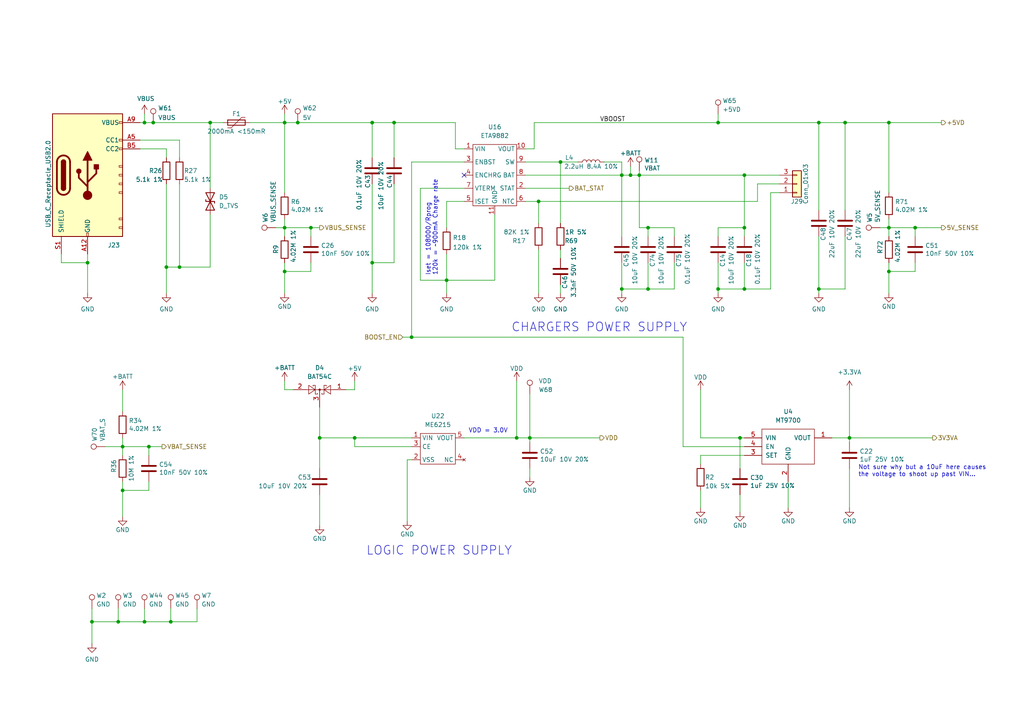
<source format=kicad_sch>
(kicad_sch (version 20230121) (generator eeschema)
  (paper "A4")
  (lib_symbols
    (symbol "Connector_Generic:Conn_01x03" (pin_names (offset 1.016) hide)
      (property "Reference" "J" (at 0 5.08 0))
      (property "Value" "Conn_01x03" (at 0 -5.08 0))
      (symbol "Conn_01x03_1_1"
        (rectangle (start -1.27 -2.413) (end 0 -2.667) (stroke (width 0.1524)))
        (rectangle (start -1.27 0.127) (end 0 -0.127) (stroke (width 0.1524)))
        (rectangle (start -1.27 2.667) (end 0 2.413) (stroke (width 0.1524)))
        (rectangle (start -1.27 3.81) (end 1.27 -3.81) (stroke (width 0.254)) (fill (type background)))
        (pin passive line (at -5.08 2.54 0) (length 3.81) (name "Pin_1") (number "1"))
        (pin passive line (at -5.08 0 0) (length 3.81) (name "Pin_2") (number "2"))
        (pin passive line (at -5.08 -2.54 0) (length 3.81) (name "Pin_3") (number "3"))
      )
    )
    (symbol "Device:C" (pin_numbers hide) (pin_names (offset 0.254))
      (property "Reference" "C" (at 0.635 2.54 0))
      (property "Value" "C" (at 0.635 -2.54 0))
      (symbol "C_0_1"
        (polyline (pts (xy -2.032 -0.762) (xy 2.032 -0.762)) (stroke (width 0.508)))
        (polyline (pts (xy -2.032 0.762) (xy 2.032 0.762)) (stroke (width 0.508)))
      )
      (symbol "C_1_1"
        (pin passive line (at 0 3.81 270) (length 2.794) (name "~") (number "1"))
        (pin passive line (at 0 -3.81 90) (length 2.794) (name "~") (number "2"))
      )
    )
    (symbol "Device:D_TVS" (pin_numbers hide) (pin_names (offset 1.016) hide)
      (property "Reference" "D" (at 0 2.54 0))
      (property "Value" "D_TVS" (at 0 -2.54 0))
      (symbol "D_TVS_0_1"
        (polyline (pts (xy 1.27 0) (xy -1.27 0)))
        (polyline (pts (xy 0.508 1.27) (xy 0 1.27) (xy 0 -1.27) (xy -0.508 -1.27)) (stroke (width 0.254)))
        (polyline (pts (xy -2.54 1.27) (xy -2.54 -1.27) (xy 2.54 1.27) (xy 2.54 -1.27) (xy -2.54 1.27)) (stroke (width 0.254)))
      )
      (symbol "D_TVS_1_1"
        (pin passive line (at -3.81 0 0) (length 2.54) (name "A1") (number "1"))
        (pin passive line (at 3.81 0 180) (length 2.54) (name "A2") (number "2"))
      )
    )
    (symbol "Device:L" (pin_numbers hide) (pin_names (offset 1.016) hide)
      (property "Reference" "L" (at -1.27 0 90))
      (property "Value" "L" (at 1.905 0 90))
      (symbol "L_0_1"
        (arc (start 0 -2.54) (mid 0.6323 -1.905) (end 0 -1.27))
        (arc (start 0 -1.27) (mid 0.6323 -0.635) (end 0 0))
        (arc (start 0 0) (mid 0.6323 0.635) (end 0 1.27))
        (arc (start 0 1.27) (mid 0.6323 1.905) (end 0 2.54))
      )
      (symbol "L_1_1"
        (pin passive line (at 0 3.81 270) (length 1.27) (name "1") (number "1"))
        (pin passive line (at 0 -3.81 90) (length 1.27) (name "2") (number "2"))
      )
    )
    (symbol "Device:Polyfuse" (pin_numbers hide) (pin_names (offset 0))
      (property "Reference" "F" (at -2.54 0 90))
      (property "Value" "Polyfuse" (at 2.54 0 90))
      (symbol "Polyfuse_0_1"
        (rectangle (start -0.762 2.54) (end 0.762 -2.54) (stroke (width 0.254)))
        (polyline (pts (xy 0 2.54) (xy 0 -2.54)))
        (polyline (pts (xy -1.524 2.54) (xy -1.524 1.524) (xy 1.524 -1.524) (xy 1.524 -2.54)))
      )
      (symbol "Polyfuse_1_1"
        (pin passive line (at 0 3.81 270) (length 1.27) (name "~") (number "1"))
        (pin passive line (at 0 -3.81 90) (length 1.27) (name "~") (number "2"))
      )
    )
    (symbol "Device:R" (pin_numbers hide) (pin_names (offset 0))
      (property "Reference" "R" (at 2.032 0 90))
      (property "Value" "R" (at 0 0 90))
      (symbol "R_0_1"
        (rectangle (start -1.016 -2.54) (end 1.016 2.54) (stroke (width 0.254)))
      )
      (symbol "R_1_1"
        (pin passive line (at 0 3.81 270) (length 1.27) (name "~") (number "1"))
        (pin passive line (at 0 -3.81 90) (length 1.27) (name "~") (number "2"))
      )
    )
    (symbol "Diode:BAT54C" (pin_names (offset 1.016))
      (property "Reference" "D" (at 0.635 -3.81 0))
      (property "Value" "BAT54C" (at -6.35 3.175 0))
      (symbol "BAT54C_0_1"
        (polyline (pts (xy -1.905 0) (xy 1.905 0)))
        (polyline (pts (xy -1.905 1.27) (xy -1.905 1.016)))
        (polyline (pts (xy -1.27 -1.27) (xy -0.635 -1.27)))
        (polyline (pts (xy -1.27 0) (xy -3.81 0)))
        (polyline (pts (xy -1.27 1.27) (xy -1.905 1.27)))
        (polyline (pts (xy -1.27 1.27) (xy -1.27 -1.27)))
        (polyline (pts (xy -0.635 -1.27) (xy -0.635 -1.016)))
        (polyline (pts (xy 0.635 -1.27) (xy 0.635 -1.016)))
        (polyline (pts (xy 1.27 -1.27) (xy 0.635 -1.27)))
        (polyline (pts (xy 1.27 1.27) (xy 1.27 -1.27)))
        (polyline (pts (xy 1.27 1.27) (xy 1.905 1.27)))
        (polyline (pts (xy 1.905 1.27) (xy 1.905 1.016)))
        (polyline (pts (xy 3.81 0) (xy 1.27 0)))
        (polyline (pts (xy -3.175 -1.27) (xy -3.175 1.27) (xy -1.27 0) (xy -3.175 -1.27)))
        (polyline (pts (xy 3.175 -1.27) (xy 3.175 1.27) (xy 1.27 0) (xy 3.175 -1.27)))
        (circle (center 0 0) (radius 0.254) (fill (type outline)))
      )
      (symbol "BAT54C_1_1"
        (pin passive line (at -7.62 0 0) (length 3.81) (name "~") (number "1"))
        (pin passive line (at 7.62 0 180) (length 3.81) (name "~") (number "2"))
        (pin passive line (at 0 -5.08 90) (length 5.08) (name "~") (number "3"))
      )
    )
    (symbol "Pixels-dice:ETA9882"
      (property "Reference" "U" (at -5.08 -17.78 0))
      (property "Value" "ETA9882" (at -10.16 2.54 0))
      (symbol "ETA9882_0_1"
        (rectangle (start -16.51 1.27) (end -3.81 -16.51))
      )
      (symbol "ETA9882_1_1"
        (pin power_in line (at -19.05 0 0) (length 2.54) (name "VIN") (number "1"))
        (pin power_out line (at -1.27 0 180) (length 2.54) (name "VOUT") (number "10"))
        (pin power_out line (at -10.16 -19.05 90) (length 2.54) (name "GND") (number "11"))
        (pin output line (at -1.27 -11.43 180) (length 2.54) (name "STAT") (number "2"))
        (pin input line (at -19.05 -3.81 0) (length 2.54) (name "ENBST") (number "3"))
        (pin input line (at -19.05 -7.62 0) (length 2.54) (name "ENCHRG") (number "4"))
        (pin output line (at -19.05 -15.24 0) (length 2.54) (name "ISET") (number "5"))
        (pin input line (at -1.27 -15.24 180) (length 2.54) (name "NTC") (number "6"))
        (pin input line (at -19.05 -11.43 0) (length 2.54) (name "VTERM") (number "7"))
        (pin power_in line (at -1.27 -7.62 180) (length 2.54) (name "BAT") (number "8"))
        (pin output line (at -1.27 -3.81 180) (length 2.54) (name "SW") (number "9"))
      )
    )
    (symbol "Pixels-dice:ME6215"
      (property "Reference" "U" (at 3.175 -6.35 0))
      (property "Value" "ME6215" (at 0 5.08 0))
      (symbol "ME6215_0_1"
        (rectangle (start -5.08 3.81) (end 5.08 -5.08))
      )
      (symbol "ME6215_1_1"
        (pin power_in line (at -7.62 2.54 0) (length 2.54) (name "VIN") (number "1"))
        (pin power_in line (at -7.62 -3.81 0) (length 2.54) (name "VSS") (number "2"))
        (pin input line (at -7.62 0 0) (length 2.54) (name "CE") (number "3"))
        (pin no_connect line (at 7.62 -3.81 180) (length 2.54) (name "NC") (number "4"))
        (pin power_out line (at 7.62 2.54 180) (length 2.54) (name "VOUT") (number "5"))
      )
    )
    (symbol "Pixels-dice:MT9700" (pin_names (offset 1.016))
      (property "Reference" "U" (at 6.35 -6.35 0))
      (property "Value" "MT9700" (at 0 6.35 0))
      (symbol "MT9700_0_1"
        (rectangle (start -7.62 5.08) (end 7.62 -5.08))
      )
      (symbol "MT9700_1_1"
        (pin power_out line (at 12.7 2.54 180) (length 5.08) (name "VOUT") (number "1"))
        (pin power_in line (at 0 -10.16 90) (length 5.08) (name "GND") (number "2"))
        (pin input line (at -12.7 -2.54 0) (length 5.08) (name "SET") (number "3"))
        (pin input line (at -12.7 0 0) (length 5.08) (name "EN") (number "4"))
        (pin power_in line (at -12.7 2.54 0) (length 5.08) (name "VIN") (number "5"))
      )
    )
    (symbol "Pixels-dice:TEST_1P-conn" (pin_numbers hide) (pin_names (offset 0.762) hide)
      (property "Reference" "W" (at 0 6.858 0))
      (property "Value" "TEST_1P-conn" (at 0 5.08 0))
      (symbol "TEST_1P-conn_0_1"
        (circle (center 0 3.302) (radius 0.762))
      )
      (symbol "TEST_1P-conn_1_1"
        (pin passive line (at 0 0 90) (length 2.54) (name "1") (number "1"))
      )
    )
    (symbol "Pixels-dice:USB_C_Receptacle_USB2.0" (pin_names (offset 1.016))
      (property "Reference" "J" (at -10.16 19.05 0))
      (property "Value" "USB_C_Receptacle_USB2.0" (at 19.05 19.05 0))
      (symbol "USB_C_Receptacle_USB2.0_0_0"
        (rectangle (start -0.254 -17.78) (end 0.254 -16.764))
        (rectangle (start 10.16 -14.986) (end 9.144 -15.494))
        (rectangle (start 10.16 -12.446) (end 9.144 -12.954))
        (rectangle (start 10.16 -4.826) (end 9.144 -5.334))
        (rectangle (start 10.16 -2.286) (end 9.144 -2.794))
        (rectangle (start 10.16 0.254) (end 9.144 -0.254))
        (rectangle (start 10.16 2.794) (end 9.144 2.286))
        (rectangle (start 10.16 7.874) (end 9.144 7.366))
        (rectangle (start 10.16 10.414) (end 9.144 9.906))
        (rectangle (start 10.16 15.494) (end 9.144 14.986))
      )
      (symbol "USB_C_Receptacle_USB2.0_0_1"
        (rectangle (start -10.16 17.78) (end 10.16 -17.78) (stroke (width 0.254)) (fill (type background)))
        (arc (start -8.89 -3.81) (mid -6.985 -5.7067) (end -5.08 -3.81) (stroke (width 0.508)))
        (arc (start -7.62 -3.81) (mid -6.985 -4.4423) (end -6.35 -3.81) (stroke (width 0.254)))
        (arc (start -7.62 -3.81) (mid -6.985 -4.4423) (end -6.35 -3.81) (stroke (width 0.254)) (fill (type outline)))
        (rectangle (start -7.62 -3.81) (end -6.35 3.81) (stroke (width 0.254)) (fill (type outline)))
        (arc (start -6.35 3.81) (mid -6.985 4.4423) (end -7.62 3.81) (stroke (width 0.254)))
        (arc (start -6.35 3.81) (mid -6.985 4.4423) (end -7.62 3.81) (stroke (width 0.254)) (fill (type outline)))
        (arc (start -5.08 3.81) (mid -6.985 5.7067) (end -8.89 3.81) (stroke (width 0.508)))
        (circle (center -2.54 1.143) (radius 0.635) (stroke (width 0.254)) (fill (type outline)))
        (circle (center 0 -5.842) (radius 1.27) (fill (type outline)))
        (polyline (pts (xy -8.89 -3.81) (xy -8.89 3.81)) (stroke (width 0.508)))
        (polyline (pts (xy -5.08 3.81) (xy -5.08 -3.81)) (stroke (width 0.508)))
        (polyline (pts (xy 0 -5.842) (xy 0 4.318)) (stroke (width 0.508)))
        (polyline (pts (xy 0 -3.302) (xy -2.54 -0.762) (xy -2.54 0.508)) (stroke (width 0.508)))
        (polyline (pts (xy 0 -2.032) (xy 2.54 0.508) (xy 2.54 1.778)) (stroke (width 0.508)))
        (polyline (pts (xy -1.27 4.318) (xy 0 6.858) (xy 1.27 4.318) (xy -1.27 4.318)) (stroke (width 0.254)) (fill (type outline)))
        (rectangle (start 1.905 1.778) (end 3.175 3.048) (stroke (width 0.254)) (fill (type outline)))
      )
      (symbol "USB_C_Receptacle_USB2.0_1_1"
        (pin passive line (at 0 -22.86 90) (length 5.08) (name "GND") (number "A12"))
        (pin bidirectional line (at 15.24 10.16 180) (length 5.08) (name "CC1") (number "A5"))
        (pin passive line (at 15.24 15.24 180) (length 5.08) (name "VBUS") (number "A9"))
        (pin passive line (at 0 -22.86 90) (length 5.08) hide (name "GND") (number "B12"))
        (pin bidirectional line (at 15.24 7.62 180) (length 5.08) (name "CC2") (number "B5"))
        (pin passive line (at 15.24 15.24 180) (length 5.08) hide (name "VBUS") (number "B9"))
        (pin passive line (at -7.62 -22.86 90) (length 5.08) (name "SHIELD") (number "S1"))
      )
    )
    (symbol "power:+3.3VA" (power) (pin_names (offset 0))
      (property "Value" "+3.3VA" (at 0 3.556 0))
      (symbol "+3.3VA_0_1"
        (polyline (pts (xy -0.762 1.27) (xy 0 2.54)))
        (polyline (pts (xy 0 0) (xy 0 2.54)))
        (polyline (pts (xy 0 2.54) (xy 0.762 1.27)))
      )
      (symbol "+3.3VA_1_1"
        (pin power_in line (at 0 0 90) (length 0) hide (name "+3.3VA") (number "1"))
      )
    )
    (symbol "power:+5V" (power) (pin_names (offset 0))
      (property "Value" "+5V" (at 0 3.556 0))
      (symbol "+5V_0_1"
        (polyline (pts (xy -0.762 1.27) (xy 0 2.54)))
        (polyline (pts (xy 0 0) (xy 0 2.54)))
        (polyline (pts (xy 0 2.54) (xy 0.762 1.27)))
      )
      (symbol "+5V_1_1"
        (pin power_in line (at 0 0 90) (length 0) hide (name "+5V") (number "1"))
      )
    )
    (symbol "power:+BATT" (power) (pin_names (offset 0))
      (property "Value" "+BATT" (at 0 3.556 0))
      (symbol "+BATT_0_1"
        (polyline (pts (xy -0.762 1.27) (xy 0 2.54)))
        (polyline (pts (xy 0 0) (xy 0 2.54)))
        (polyline (pts (xy 0 2.54) (xy 0.762 1.27)))
      )
      (symbol "+BATT_1_1"
        (pin power_in line (at 0 0 90) (length 0) hide (name "+BATT") (number "1"))
      )
    )
    (symbol "power:GND" (power) (pin_names (offset 0))
      (property "Value" "GND" (at 0 -3.81 0))
      (symbol "GND_0_1"
        (polyline (pts (xy 0 0) (xy 0 -1.27) (xy 1.27 -1.27) (xy 0 -2.54) (xy -1.27 -1.27) (xy 0 -1.27)))
      )
      (symbol "GND_1_1"
        (pin power_in line (at 0 0 270) (length 0) hide (name "GND") (number "1"))
      )
    )
    (symbol "power:VBUS" (power) (pin_names (offset 0))
      (property "Value" "VBUS" (at 0 3.81 0))
      (symbol "VBUS_0_1"
        (polyline (pts (xy -0.762 1.27) (xy 0 2.54)))
        (polyline (pts (xy 0 0) (xy 0 2.54)))
        (polyline (pts (xy 0 2.54) (xy 0.762 1.27)))
      )
      (symbol "VBUS_1_1"
        (pin power_in line (at 0 0 90) (length 0) hide (name "VBUS") (number "1"))
      )
    )
    (symbol "power:VDD" (power) (pin_names (offset 0))
      (property "Value" "VDD" (at 0 3.81 0))
      (symbol "VDD_0_1"
        (polyline (pts (xy -0.762 1.27) (xy 0 2.54)))
        (polyline (pts (xy 0 0) (xy 0 2.54)))
        (polyline (pts (xy 0 2.54) (xy 0.762 1.27)))
      )
      (symbol "VDD_1_1"
        (pin power_in line (at 0 0 90) (length 0) hide (name "VDD") (number "1"))
      )
    )
  )
  (junction (at 149.86 127))
  (junction (at 90.17 66.04))
  (junction (at 119.38 97.79))
  (junction (at 180.34 50.8))
  (junction (at 82.55 66.04))
  (junction (at 237.49 83.82))
  (junction (at 153.67 127))
  (junction (at 49.53 180.34))
  (junction (at 82.55 78.74))
  (junction (at 52.07 77.47))
  (junction (at 43.18 129.54))
  (junction (at 257.81 35.56))
  (junction (at 129.54 81.28))
  (junction (at 41.91 35.56))
  (junction (at 180.34 83.82))
  (junction (at 82.55 35.56))
  (junction (at 215.9 66.04))
  (junction (at 34.29 180.34))
  (junction (at 25.4 76.2))
  (junction (at 214.63 127))
  (junction (at 102.87 127))
  (junction (at 215.9 50.8))
  (junction (at 86.36 35.56))
  (junction (at 208.28 83.82))
  (junction (at 48.26 77.47))
  (junction (at 187.96 83.82))
  (junction (at 265.43 66.04))
  (junction (at 60.96 35.56))
  (junction (at 245.11 35.56))
  (junction (at 35.56 142.24))
  (junction (at 257.81 78.74))
  (junction (at 114.3 35.56))
  (junction (at 41.91 180.34))
  (junction (at 185.42 50.8))
  (junction (at 156.21 58.42))
  (junction (at 107.95 76.2))
  (junction (at 182.88 50.8))
  (junction (at 162.56 46.99))
  (junction (at 246.38 127))
  (junction (at 257.81 66.04))
  (junction (at 215.9 83.82))
  (junction (at 208.28 35.56))
  (junction (at 35.56 129.54))
  (junction (at 92.71 127))
  (junction (at 26.67 180.34))
  (junction (at 187.96 66.04))
  (junction (at 237.49 35.56))
  (junction (at 107.95 35.56))
  (junction (at 44.45 35.56))
  (no_connect (at 134.62 50.8))
  (wire (pts (xy 257.81 35.56) (xy 273.05 35.56)))
  (wire (pts (xy 90.17 78.74) (xy 82.55 78.74)))
  (wire (pts (xy 246.38 135.89) (xy 246.38 147.32)))
  (wire (pts (xy 41.91 33.02) (xy 41.91 35.56)))
  (wire (pts (xy 265.43 76.2) (xy 265.43 78.74)))
  (wire (pts (xy 52.07 53.34) (xy 52.07 77.47)))
  (wire (pts (xy 26.67 180.34) (xy 26.67 186.69)))
  (wire (pts (xy 195.58 76.2) (xy 195.58 83.82)))
  (wire (pts (xy 86.36 35.56) (xy 107.95 35.56)))
  (wire (pts (xy 208.28 66.04) (xy 215.9 66.04)))
  (wire (pts (xy 219.71 53.34) (xy 226.06 53.34)))
  (wire (pts (xy 114.3 35.56) (xy 107.95 35.56)))
  (wire (pts (xy 82.55 35.56) (xy 82.55 55.88)))
  (wire (pts (xy 102.87 127) (xy 119.38 127)))
  (wire (pts (xy 265.43 66.04) (xy 265.43 68.58)))
  (wire (pts (xy 245.11 83.82) (xy 237.49 83.82)))
  (wire (pts (xy 180.34 46.99) (xy 180.34 50.8)))
  (wire (pts (xy 92.71 143.51) (xy 92.71 152.4)))
  (wire (pts (xy 185.42 50.8) (xy 215.9 50.8)))
  (wire (pts (xy 82.55 113.03) (xy 85.09 113.03)))
  (wire (pts (xy 265.43 66.04) (xy 273.05 66.04)))
  (wire (pts (xy 134.62 54.61) (xy 121.92 54.61)))
  (wire (pts (xy 118.11 133.35) (xy 118.11 151.13)))
  (wire (pts (xy 107.95 53.34) (xy 107.95 76.2)))
  (wire (pts (xy 107.95 35.56) (xy 107.95 45.72)))
  (wire (pts (xy 187.96 76.2) (xy 187.96 83.82)))
  (wire (pts (xy 25.4 73.66) (xy 25.4 76.2)))
  (wire (pts (xy 90.17 76.2) (xy 90.17 78.74)))
  (wire (pts (xy 82.55 33.02) (xy 82.55 35.56)))
  (wire (pts (xy 223.52 55.88) (xy 226.06 55.88)))
  (wire (pts (xy 185.42 49.53) (xy 185.42 50.8)))
  (wire (pts (xy 43.18 142.24) (xy 35.56 142.24)))
  (wire (pts (xy 257.81 63.5) (xy 257.81 66.04)))
  (wire (pts (xy 185.42 66.04) (xy 185.42 50.8)))
  (wire (pts (xy 152.4 50.8) (xy 180.34 50.8)))
  (wire (pts (xy 35.56 113.03) (xy 35.56 119.38)))
  (wire (pts (xy 203.2 113.03) (xy 203.2 127)))
  (wire (pts (xy 257.81 66.04) (xy 265.43 66.04)))
  (wire (pts (xy 121.92 54.61) (xy 121.92 81.28)))
  (wire (pts (xy 215.9 50.8) (xy 215.9 66.04)))
  (wire (pts (xy 60.96 62.23) (xy 60.96 77.47)))
  (wire (pts (xy 228.6 139.7) (xy 228.6 147.32)))
  (wire (pts (xy 92.71 118.11) (xy 92.71 127)))
  (wire (pts (xy 223.52 55.88) (xy 223.52 83.82)))
  (wire (pts (xy 219.71 53.34) (xy 219.71 58.42)))
  (wire (pts (xy 90.17 66.04) (xy 92.71 66.04)))
  (wire (pts (xy 246.38 113.03) (xy 246.38 127)))
  (wire (pts (xy 48.26 43.18) (xy 48.26 45.72)))
  (wire (pts (xy 257.81 76.2) (xy 257.81 78.74)))
  (wire (pts (xy 52.07 77.47) (xy 48.26 77.47)))
  (wire (pts (xy 129.54 58.42) (xy 129.54 66.04)))
  (wire (pts (xy 245.11 35.56) (xy 257.81 35.56)))
  (wire (pts (xy 223.52 83.82) (xy 215.9 83.82)))
  (wire (pts (xy 17.78 76.2) (xy 25.4 76.2)))
  (wire (pts (xy 114.3 76.2) (xy 107.95 76.2)))
  (wire (pts (xy 162.56 46.99) (xy 162.56 64.77)))
  (wire (pts (xy 208.28 35.56) (xy 237.49 35.56)))
  (wire (pts (xy 26.67 180.34) (xy 34.29 180.34)))
  (wire (pts (xy 92.71 127) (xy 102.87 127)))
  (wire (pts (xy 203.2 142.24) (xy 203.2 147.32)))
  (wire (pts (xy 114.3 35.56) (xy 114.3 45.72)))
  (wire (pts (xy 17.78 73.66) (xy 17.78 76.2)))
  (wire (pts (xy 43.18 139.7) (xy 43.18 142.24)))
  (wire (pts (xy 153.67 135.89) (xy 153.67 138.43)))
  (wire (pts (xy 153.67 127) (xy 153.67 128.27)))
  (wire (pts (xy 149.86 110.49) (xy 149.86 127)))
  (wire (pts (xy 43.18 129.54) (xy 43.18 132.08)))
  (wire (pts (xy 30.48 129.54) (xy 35.56 129.54)))
  (wire (pts (xy 156.21 58.42) (xy 156.21 64.77)))
  (wire (pts (xy 134.62 127) (xy 149.86 127)))
  (wire (pts (xy 180.34 50.8) (xy 180.34 68.58)))
  (wire (pts (xy 107.95 76.2) (xy 107.95 85.09)))
  (wire (pts (xy 208.28 33.02) (xy 208.28 35.56)))
  (wire (pts (xy 102.87 110.49) (xy 102.87 113.03)))
  (wire (pts (xy 237.49 68.58) (xy 237.49 83.82)))
  (wire (pts (xy 182.88 48.26) (xy 182.88 50.8)))
  (wire (pts (xy 149.86 127) (xy 153.67 127)))
  (wire (pts (xy 208.28 68.58) (xy 208.28 66.04)))
  (wire (pts (xy 153.67 114.3) (xy 153.67 127)))
  (wire (pts (xy 35.56 129.54) (xy 43.18 129.54)))
  (wire (pts (xy 102.87 127) (xy 102.87 129.54)))
  (wire (pts (xy 214.63 127) (xy 215.9 127)))
  (wire (pts (xy 215.9 66.04) (xy 215.9 68.58)))
  (wire (pts (xy 57.15 180.34) (xy 57.15 176.53)))
  (wire (pts (xy 198.12 129.54) (xy 215.9 129.54)))
  (wire (pts (xy 187.96 83.82) (xy 195.58 83.82)))
  (wire (pts (xy 187.96 66.04) (xy 195.58 66.04)))
  (wire (pts (xy 162.56 46.99) (xy 167.64 46.99)))
  (wire (pts (xy 121.92 81.28) (xy 129.54 81.28)))
  (wire (pts (xy 60.96 35.56) (xy 64.77 35.56)))
  (wire (pts (xy 215.9 76.2) (xy 215.9 83.82)))
  (wire (pts (xy 48.26 77.47) (xy 48.26 85.09)))
  (wire (pts (xy 245.11 68.58) (xy 245.11 83.82)))
  (wire (pts (xy 129.54 73.66) (xy 129.54 81.28)))
  (wire (pts (xy 195.58 66.04) (xy 195.58 68.58)))
  (wire (pts (xy 154.94 35.56) (xy 208.28 35.56)))
  (wire (pts (xy 119.38 129.54) (xy 102.87 129.54)))
  (wire (pts (xy 246.38 127) (xy 270.51 127)))
  (wire (pts (xy 187.96 68.58) (xy 187.96 66.04)))
  (wire (pts (xy 72.39 35.56) (xy 82.55 35.56)))
  (wire (pts (xy 257.81 78.74) (xy 257.81 85.09)))
  (wire (pts (xy 82.55 35.56) (xy 86.36 35.56)))
  (wire (pts (xy 40.64 40.64) (xy 52.07 40.64)))
  (wire (pts (xy 44.45 35.56) (xy 60.96 35.56)))
  (wire (pts (xy 132.08 35.56) (xy 132.08 43.18)))
  (wire (pts (xy 35.56 142.24) (xy 35.56 149.86)))
  (wire (pts (xy 237.49 35.56) (xy 237.49 60.96)))
  (wire (pts (xy 82.55 76.2) (xy 82.55 78.74)))
  (wire (pts (xy 114.3 53.34) (xy 114.3 76.2)))
  (wire (pts (xy 114.3 35.56) (xy 132.08 35.56)))
  (wire (pts (xy 219.71 58.42) (xy 156.21 58.42)))
  (wire (pts (xy 34.29 180.34) (xy 34.29 176.53)))
  (wire (pts (xy 119.38 97.79) (xy 198.12 97.79)))
  (wire (pts (xy 82.55 110.49) (xy 82.55 113.03)))
  (wire (pts (xy 119.38 97.79) (xy 119.38 46.99)))
  (wire (pts (xy 35.56 139.7) (xy 35.56 142.24)))
  (wire (pts (xy 60.96 35.56) (xy 60.96 54.61)))
  (wire (pts (xy 185.42 66.04) (xy 187.96 66.04)))
  (wire (pts (xy 132.08 43.18) (xy 134.62 43.18)))
  (wire (pts (xy 214.63 127) (xy 214.63 135.89)))
  (wire (pts (xy 154.94 35.56) (xy 154.94 43.18)))
  (wire (pts (xy 40.64 35.56) (xy 41.91 35.56)))
  (wire (pts (xy 257.81 66.04) (xy 257.81 68.58)))
  (wire (pts (xy 41.91 180.34) (xy 49.53 180.34)))
  (wire (pts (xy 156.21 72.39) (xy 156.21 85.09)))
  (wire (pts (xy 82.55 66.04) (xy 82.55 68.58)))
  (wire (pts (xy 119.38 46.99) (xy 134.62 46.99)))
  (wire (pts (xy 129.54 81.28) (xy 143.51 81.28)))
  (wire (pts (xy 237.49 83.82) (xy 237.49 85.09)))
  (wire (pts (xy 215.9 50.8) (xy 226.06 50.8)))
  (wire (pts (xy 82.55 78.74) (xy 82.55 85.09)))
  (wire (pts (xy 180.34 76.2) (xy 180.34 83.82)))
  (wire (pts (xy 49.53 180.34) (xy 57.15 180.34)))
  (wire (pts (xy 80.01 66.04) (xy 82.55 66.04)))
  (wire (pts (xy 26.67 176.53) (xy 26.67 180.34)))
  (wire (pts (xy 41.91 180.34) (xy 41.91 176.53)))
  (wire (pts (xy 246.38 127) (xy 246.38 128.27)))
  (wire (pts (xy 82.55 66.04) (xy 90.17 66.04)))
  (wire (pts (xy 203.2 127) (xy 214.63 127)))
  (wire (pts (xy 40.64 43.18) (xy 48.26 43.18)))
  (wire (pts (xy 162.56 82.55) (xy 162.56 85.09)))
  (wire (pts (xy 60.96 77.47) (xy 52.07 77.47)))
  (wire (pts (xy 102.87 113.03) (xy 100.33 113.03)))
  (wire (pts (xy 90.17 66.04) (xy 90.17 68.58)))
  (wire (pts (xy 143.51 62.23) (xy 143.51 81.28)))
  (wire (pts (xy 257.81 35.56) (xy 257.81 55.88)))
  (wire (pts (xy 152.4 54.61) (xy 165.1 54.61)))
  (wire (pts (xy 129.54 58.42) (xy 134.62 58.42)))
  (wire (pts (xy 175.26 46.99) (xy 180.34 46.99)))
  (wire (pts (xy 52.07 40.64) (xy 52.07 45.72)))
  (wire (pts (xy 215.9 83.82) (xy 208.28 83.82)))
  (wire (pts (xy 255.27 66.04) (xy 257.81 66.04)))
  (wire (pts (xy 265.43 78.74) (xy 257.81 78.74)))
  (wire (pts (xy 49.53 180.34) (xy 49.53 176.53)))
  (wire (pts (xy 92.71 135.89) (xy 92.71 127)))
  (wire (pts (xy 198.12 97.79) (xy 198.12 129.54)))
  (wire (pts (xy 154.94 43.18) (xy 152.4 43.18)))
  (wire (pts (xy 180.34 50.8) (xy 182.88 50.8)))
  (wire (pts (xy 41.91 35.56) (xy 44.45 35.56)))
  (wire (pts (xy 118.11 133.35) (xy 119.38 133.35)))
  (wire (pts (xy 25.4 76.2) (xy 25.4 85.09)))
  (wire (pts (xy 208.28 83.82) (xy 208.28 85.09)))
  (wire (pts (xy 182.88 50.8) (xy 185.42 50.8)))
  (wire (pts (xy 82.55 63.5) (xy 82.55 66.04)))
  (wire (pts (xy 214.63 143.51) (xy 214.63 148.59)))
  (wire (pts (xy 116.84 97.79) (xy 119.38 97.79)))
  (wire (pts (xy 153.67 127) (xy 173.99 127)))
  (wire (pts (xy 48.26 53.34) (xy 48.26 77.47)))
  (wire (pts (xy 35.56 127) (xy 35.56 129.54)))
  (wire (pts (xy 203.2 132.08) (xy 203.2 134.62)))
  (wire (pts (xy 35.56 129.54) (xy 35.56 132.08)))
  (wire (pts (xy 215.9 132.08) (xy 203.2 132.08)))
  (wire (pts (xy 43.18 129.54) (xy 46.99 129.54)))
  (wire (pts (xy 152.4 46.99) (xy 162.56 46.99)))
  (wire (pts (xy 245.11 35.56) (xy 245.11 60.96)))
  (wire (pts (xy 34.29 180.34) (xy 41.91 180.34)))
  (wire (pts (xy 129.54 81.28) (xy 129.54 85.09)))
  (wire (pts (xy 162.56 72.39) (xy 162.56 74.93)))
  (wire (pts (xy 152.4 58.42) (xy 156.21 58.42)))
  (wire (pts (xy 241.3 127) (xy 246.38 127)))
  (wire (pts (xy 180.34 83.82) (xy 187.96 83.82)))
  (wire (pts (xy 237.49 35.56) (xy 245.11 35.56)))
  (wire (pts (xy 180.34 83.82) (xy 180.34 85.09)))
  (wire (pts (xy 208.28 76.2) (xy 208.28 83.82)))
  (text "CHARGERS POWER SUPPLY" (at 199.39 96.52 0) (effects (font (size 2.54 2.54)) (justify right bottom)))
  (text "VDD = 3.0V" (at 147.32 125.73 0) (effects (font (size 1.27 1.27)) (justify right bottom)))
  (text "Iset = 108000/Rprog\n120k = ~900mA Charge rate" (at 127 80.01 90) (effects (font (size 1.27 1.27)) (justify left bottom)))
  (text "Not sure why but a 10uF here causes\nthe voltage to shoot up past VIN..." (at 248.92 138.43 0) (effects (font (size 1.27 1.27)) (justify left bottom)))
  (text "LOGIC POWER SUPPLY" (at 148.59 161.29 0) (effects (font (size 2.54 2.54)) (justify right bottom)))
  (label "VBOOST" (at 173.99 35.56 0))
  (hierarchical_label "VDD" (shape output) (at 173.99 127 0))
  (hierarchical_label "VBUS_SENSE" (shape output) (at 92.71 66.04 0))
  (hierarchical_label "VBAT_SENSE" (shape output) (at 46.99 129.54 0))
  (hierarchical_label "5V_SENSE" (shape output) (at 273.05 66.04 0))
  (hierarchical_label "BAT_STAT" (shape output) (at 165.1 54.61 0))
  (hierarchical_label "+5VD" (shape output) (at 273.05 35.56 0))
  (hierarchical_label "BOOST_EN" (shape input) (at 116.84 97.79 180))
  (hierarchical_label "3V3VA" (shape output) (at 270.51 127 0))
  (symbol (lib_id "power:GND") (at 214.63 148.59 0) (unit 1)
    (property "Reference" "#PWR041" (effects hide))
    (property "Value" "GND" (at 214.63 152.4 0))
  )
  (symbol (lib_id "power:GND") (at 180.34 85.09 0) (unit 1)
    (property "Reference" "#PWR0104" (effects hide))
    (property "Value" "GND" (at 180.34 89.6525 0))
  )
  (symbol (lib_id "Pixels-dice:TEST_1P-conn") (at 208.28 33.02 0) (unit 1)
    (property "Reference" "W65" (at 209.55 29.21 0) (effects (justify left)))
    (property "Value" "+5VD" (at 209.55 31.75 0) (effects (justify left)))
    (property "Footprint" "Pixels-dice:TestPoint_1.5x1.5_Drill0.9mm" (effects hide))
  )
  (symbol (lib_id "Device:C") (at 180.34 72.39 0) (unit 1)
    (property "Reference" "C45" (at 181.61 77.47 90) (effects (justify left)))
    (property "Value" "10uF 10V 20%" (at 184.15 82.55 90) (effects (justify left)))
    (property "Footprint" "Capacitor_SMD:C_0603_1608Metric" (effects hide))
    (property "Generic OK" "YES" (effects hide))
    (property "Manufacturer" "Murata" (effects hide))
    (property "Manufacturer Part Number" "GRM188R61A106ME69D" (effects hide))
  )
  (symbol (lib_id "power:+5V") (at 82.55 33.02 0) (unit 1)
    (property "Reference" "#PWR059" (effects hide))
    (property "Value" "+5V" (at 82.55 29.4155 0))
  )
  (symbol (lib_id "power:+5V") (at 102.87 110.49 0) (unit 1)
    (property "Reference" "#PWR085" (effects hide))
    (property "Value" "+5V" (at 102.87 106.8855 0))
  )
  (symbol (lib_id "power:VDD") (at 203.2 113.03 0) (unit 1)
    (property "Reference" "#PWR017" (effects hide))
    (property "Value" "VDD" (at 203.2 109.4255 0))
  )
  (symbol (lib_id "Pixels-dice:TEST_1P-conn") (at 86.36 35.56 0) (unit 1)
    (property "Reference" "W62" (at 87.757 31.3495 0) (effects (justify left)))
    (property "Value" "5V" (at 87.757 34.1246 0) (effects (justify left)))
    (property "Footprint" "Pixels-dice:TestPoint_1.5x1.5_Drill0.9mm" (effects hide))
  )
  (symbol (lib_id "Pixels-dice:MT9700") (at 228.6 129.54 0) (unit 1)
    (property "Reference" "U4" (at 228.6 119.38 0))
    (property "Value" "MT9700" (at 228.6 121.92 0))
    (property "Footprint" "Pixels-dice:SOT-23-5" (effects hide))
    (property "Manufacturer" "XI'AN Aerosemi Tech" (effects hide))
    (property "Manufacturer Part Number" "MT9700" (effects hide))
  )
  (symbol (lib_id "power:+BATT") (at 35.56 113.03 0) (unit 1)
    (property "Reference" "#PWR081" (effects hide))
    (property "Value" "+BATT" (at 35.56 109.22 0))
  )
  (symbol (lib_id "Pixels-dice:TEST_1P-conn") (at 44.45 35.56 0) (unit 1)
    (property "Reference" "W61" (at 45.847 31.3495 0) (effects (justify left)))
    (property "Value" "VBUS" (at 45.847 34.1246 0) (effects (justify left)))
    (property "Footprint" "Pixels-dice:TestPoint_1.5x1.5_Drill0.9mm" (effects hide))
  )
  (symbol (lib_id "Device:Polyfuse") (at 68.58 35.56 90) (unit 1)
    (property "Reference" "F1" (at 68.58 33.02 90))
    (property "Value" "2000mA <150mR" (at 68.58 38.1 90))
    (property "Footprint" "Fuse:Fuse_1210_3225Metric" (effects hide))
    (property "Manufacturer" "Shenzhen JDT Fuse" (effects hide))
    (property "Manufacturer Part Number" "ASMD1210-110-16V" (effects hide))
    (property "Generic OK" "YES" (effects hide))
  )
  (symbol (lib_id "Device:R") (at 48.26 49.53 180) (unit 1)
    (property "Reference" "R26" (at 43.18 49.53 0) (effects (justify right)))
    (property "Value" "5.1k 1%" (at 39.37 52.07 0) (effects (justify right)))
    (property "Footprint" "Resistor_SMD:R_0402_1005Metric" (effects hide))
    (property "LCSC Part Number" "C25905" (effects hide))
    (property "Manufacturer" "UNI-ROYAL(Uniroyal Elec)" (effects hide))
    (property "Manufacturer Part Number" "0402WGF5101TCE" (effects hide))
    (property "Generic OK" "YES" (effects hide))
  )
  (symbol (lib_id "Device:C") (at 195.58 72.39 0) (unit 1)
    (property "Reference" "C75" (at 196.85 77.47 90) (effects (justify left)))
    (property "Value" "0.1uF 10V 20%" (at 199.39 82.55 90) (effects (justify left)))
    (property "Footprint" "Capacitor_SMD:C_0402_1005Metric" (effects hide))
    (property "Generic OK" "YES" (effects hide))
    (property "Manufacturer" "Murata" (effects hide))
    (property "Manufacturer Part Number" "GRM155R61H104KE19D" (effects hide))
  )
  (symbol (lib_id "power:GND") (at 228.6 147.32 0) (unit 1)
    (property "Reference" "#PWR030" (effects hide))
    (property "Value" "GND" (at 228.6 151.13 0))
  )
  (symbol (lib_id "power:GND") (at 48.26 85.09 0) (unit 1)
    (property "Reference" "#PWR065" (effects hide))
    (property "Value" "GND" (at 48.26 89.6525 0))
  )
  (symbol (lib_id "Device:R") (at 52.07 49.53 180) (unit 1)
    (property "Reference" "R27" (at 53.34 49.53 0) (effects (justify right)))
    (property "Value" "5.1k 1%" (at 53.34 52.07 0) (effects (justify right)))
    (property "Footprint" "Resistor_SMD:R_0402_1005Metric" (effects hide))
    (property "LCSC Part Number" "C25905" (effects hide))
    (property "Manufacturer" "UNI-ROYAL(Uniroyal Elec)" (effects hide))
    (property "Manufacturer Part Number" "0402WGF5101TCE" (effects hide))
    (property "Generic OK" "YES" (effects hide))
  )
  (symbol (lib_id "Device:C") (at 214.63 139.7 0) (unit 1)
    (property "Reference" "C30" (at 217.551 138.5316 0) (effects (justify left)))
    (property "Value" "1uF 25V 10%" (at 217.551 140.843 0) (effects (justify left)))
    (property "Footprint" "Capacitor_SMD:C_0603_1608Metric" (effects hide))
    (property "Generic OK" "YES" (effects hide))
    (property "Manufacturer" "Murata" (effects hide))
    (property "Manufacturer Part Number" "GRM188R61E105KA12D" (effects hide))
  )
  (symbol (lib_id "Pixels-dice:TEST_1P-conn") (at 34.29 176.53 0) (unit 1)
    (property "Reference" "W3" (at 35.56 172.72 0) (effects (justify left)))
    (property "Value" "GND" (at 35.56 175.26 0) (effects (justify left)))
    (property "Footprint" "Pixels-dice:TestPoint_1.5x1.5_Drill0.9mm" (effects hide))
  )
  (symbol (lib_id "power:VBUS") (at 41.91 33.02 0) (unit 1)
    (property "Reference" "#PWR058" (effects hide))
    (property "Value" "VBUS" (at 42.291 28.6258 0))
  )
  (symbol (lib_id "power:GND") (at 203.2 147.32 0) (unit 1)
    (property "Reference" "#PWR027" (effects hide))
    (property "Value" "GND" (at 203.2 151.13 0))
  )
  (symbol (lib_id "Device:L") (at 171.45 46.99 90) (unit 1)
    (property "Reference" "L4" (at 165.1 45.72 90))
    (property "Value" "2.2uH 8.4A 10%" (at 171.45 48.26 90))
    (property "Footprint" "Pixels-dice:SPM6530" (effects hide))
    (property "Generic OK" "YES" (effects hide))
    (property "Manufacturer" "TDK" (effects hide))
    (property "Manufacturer Part Number" "SPM6530T-2R2M" (effects hide))
    (property "LCSC Part Number" "C76857" (effects hide))
  )
  (symbol (lib_id "power:GND") (at 107.95 85.09 0) (unit 1)
    (property "Reference" "#PWR067" (effects hide))
    (property "Value" "GND" (at 107.95 89.6525 0))
  )
  (symbol (lib_id "Device:C") (at 162.56 78.74 0) (unit 1)
    (property "Reference" "C46" (at 163.83 83.82 90) (effects (justify left)))
    (property "Value" "3.3nF 50V 10%" (at 166.37 86.36 90) (effects (justify left)))
    (property "Footprint" "Capacitor_SMD:C_0402_1005Metric" (effects hide))
    (property "Generic OK" "YES" (effects hide))
    (property "Pixels Part Number" "SMD-C007" (effects hide))
    (property "Manufacturer" "Murata" (effects hide))
    (property "Manufacturer Part Number" "GRM155R71H332KA01D" (effects hide))
  )
  (symbol (lib_id "Pixels-dice:USB_C_Receptacle_USB2.0") (at 25.4 50.8 0) (unit 1)
    (property "Reference" "J23" (at 33.02 71.12 0))
    (property "Value" "USB_C_Receptacle_USB2.0" (at 13.97 53.34 90))
    (property "Footprint" "Pixels-dice:USB-C-SMD_10P-P1.00-L6.8-W8.9_V1.1" (effects hide))
    (property "Datasheet" "https://www.usb.org/sites/default/files/documents/usb_type-c.zip" (effects hide))
    (property "LCSC Part Number" "C283540" (effects hide))
    (property "Manufacturer" "Korean Hroparts Elec" (effects hide))
    (property "Manufacturer Part Number" "TYPE-C-31-M-17" (effects hide))
    (property "Generic OK" "NO" (effects hide))
  )
  (symbol (lib_id "Device:C") (at 237.49 64.77 0) (unit 1)
    (property "Reference" "C48" (at 238.76 69.85 90) (effects (justify left)))
    (property "Value" "22uF 10V 20%" (at 241.3 74.93 90) (effects (justify left)))
    (property "Footprint" "Capacitor_SMD:C_0805_2012Metric" (effects hide))
    (property "Manufacturer" "Murata" (effects hide))
    (property "Manufacturer Part Number" "GRM21BR61A226ME51L" (effects hide))
    (property "Generic OK" "YES" (effects hide))
  )
  (symbol (lib_id "power:GND") (at 26.67 186.69 0) (unit 1)
    (property "Reference" "#PWR010" (effects hide))
    (property "Value" "GND" (at 26.67 191.2525 0))
  )
  (symbol (lib_id "Pixels-dice:TEST_1P-conn") (at 26.67 176.53 0) (unit 1)
    (property "Reference" "W2" (at 27.94 172.72 0) (effects (justify left)))
    (property "Value" "GND" (at 27.94 175.26 0) (effects (justify left)))
    (property "Footprint" "Pixels-dice:TestPoint_1.5x1.5_Drill0.9mm" (effects hide))
  )
  (symbol (lib_id "Pixels-dice:TEST_1P-conn") (at 153.67 114.3 0) (unit 1)
    (property "Reference" "W68" (at 156.21 113.03 0) (effects (justify left)))
    (property "Value" "VDD" (at 156.21 110.49 0) (effects (justify left)))
    (property "Footprint" "Pixels-dice:TestPoint_1.5x1.5_Drill0.9mm" (effects hide))
  )
  (symbol (lib_id "Pixels-dice:TEST_1P-conn") (at 255.27 66.04 90) (unit 1)
    (property "Reference" "W5" (at 252.222 64.5668 0) (effects (justify left)))
    (property "Value" "5V_SENSE" (at 254.5334 64.5668 0) (effects (justify left)))
    (property "Footprint" "Pixels-dice:TestPoint_1.5x1.5_Drill0.9mm" (effects hide))
  )
  (symbol (lib_id "Pixels-dice:ETA9882") (at 153.67 43.18 0) (unit 1)
    (property "Reference" "U16" (at 143.51 36.83 0))
    (property "Value" "ETA9882" (at 143.51 39.37 0))
    (property "Footprint" "Pixels-dice:ESSOP10" (effects hide))
    (property "Manufacturer" "ETA Semiconductor Limited" (effects hide))
    (property "Manufacturer Part Number" "ETA9882E10" (effects hide))
  )
  (symbol (lib_id "Device:C") (at 153.67 132.08 0) (unit 1)
    (property "Reference" "C52" (at 156.591 130.9116 0) (effects (justify left)))
    (property "Value" "10uF 10V 20%" (at 156.591 133.223 0) (effects (justify left)))
    (property "Footprint" "Capacitor_SMD:C_0603_1608Metric" (effects hide))
    (property "Generic OK" "YES" (effects hide))
    (property "Pixels Part Number" "SMD-C002" (effects hide))
    (property "Manufacturer" "Murata" (effects hide))
    (property "Manufacturer Part Number" "GRM188R61A106ME69D" (effects hide))
  )
  (symbol (lib_id "power:GND") (at 246.38 147.32 0) (unit 1)
    (property "Reference" "#PWR033" (effects hide))
    (property "Value" "GND" (at 246.38 151.13 0))
  )
  (symbol (lib_id "Device:C") (at 43.18 135.89 0) (unit 1)
    (property "Reference" "C54" (at 46.101 134.7216 0) (effects (justify left)))
    (property "Value" "10nF 50V 10%" (at 46.101 137.033 0) (effects (justify left)))
    (property "Footprint" "Capacitor_SMD:C_0402_1005Metric" (effects hide))
    (property "Generic OK" "YES" (effects hide))
    (property "Pixels Part Number" "SMD-C009" (effects hide))
    (property "Manufacturer" "Murata" (effects hide))
    (property "Manufacturer Part Number" "GRM155R71H103KA88D" (effects hide))
    (property "LCSC Part Number" "C2175791" (effects hide))
  )
  (symbol (lib_id "Diode:BAT54C") (at 92.71 113.03 0) (mirror y) (unit 1)
    (property "Reference" "D4" (at 92.71 106.68 0))
    (property "Value" "BAT54C" (at 92.71 109.22 0))
    (property "Footprint" "Package_TO_SOT_SMD:SOT-23" (effects hide))
    (property "Datasheet" "http://www.diodes.com/_files/datasheets/ds11005.pdf" (effects hide))
    (property "Generic OK" "YES" (effects hide))
    (property "LCSC Part Number" "C37704" (effects hide))
    (property "Manufacturer" "Nexperia" (effects hide))
    (property "Manufacturer Part Number" "BAT54C,215" (effects hide))
  )
  (symbol (lib_id "Device:C") (at 107.95 49.53 0) (unit 1)
    (property "Reference" "C43" (at 106.68 54.61 90) (effects (justify left)))
    (property "Value" "0.1uF 10V 20%" (at 104.14 60.96 90) (effects (justify left)))
    (property "Footprint" "Capacitor_SMD:C_0402_1005Metric" (effects hide))
    (property "LCSC Part Number" "C2168305" (effects hide))
    (property "Manufacturer" "Murata" (effects hide))
    (property "Manufacturer Part Number" "GRM155R61H104KE19D" (effects hide))
    (property "Generic OK" "YES" (effects hide))
  )
  (symbol (lib_id "Device:R") (at 82.55 59.69 0) (unit 1)
    (property "Reference" "R6" (at 84.328 58.5216 0) (effects (justify left)))
    (property "Value" "4.02M 1%" (at 84.328 60.833 0) (effects (justify left)))
    (property "Footprint" "Resistor_SMD:R_0402_1005Metric" (effects hide))
    (property "Generic OK" "YES" (effects hide))
    (property "Pixels Part Number" "SMD-R003" (effects hide))
    (property "Manufacturer" "UNI-ROYAL(Uniroyal Elec)" (effects hide))
    (property "Manufacturer Part Number" "0402WGF4024TCE" (effects hide))
    (property "LCSC Part Number" "C423177" (effects hide))
  )
  (symbol (lib_id "Pixels-dice:TEST_1P-conn") (at 57.15 176.53 0) (unit 1)
    (property "Reference" "W7" (at 58.42 172.72 0) (effects (justify left)))
    (property "Value" "GND" (at 58.42 175.26 0) (effects (justify left)))
    (property "Footprint" "Pixels-dice:TestPoint_1.5x1.5_Drill0.9mm" (effects hide))
  )
  (symbol (lib_id "Device:R") (at 203.2 138.43 180) (unit 1)
    (property "Reference" "R2" (at 204.47 138.43 0) (effects (justify right)))
    (property "Value" "10k 5%" (at 204.47 140.97 0) (effects (justify right)))
    (property "Footprint" "Resistor_SMD:R_0402_1005Metric" (effects hide))
    (property "Manufacturer" "UNI-ROYAL(Uniroyal Elec)" (effects hide))
    (property "Manufacturer Part Number" "0402WGJ0103TCE" (effects hide))
    (property "Generic OK" "YES" (effects hide))
  )
  (symbol (lib_id "Pixels-dice:TEST_1P-conn") (at 41.91 176.53 0) (unit 1)
    (property "Reference" "W44" (at 43.18 172.72 0) (effects (justify left)))
    (property "Value" "GND" (at 43.18 175.26 0) (effects (justify left)))
    (property "Footprint" "Pixels-dice:TestPoint_1.5x1.5_Drill0.9mm" (effects hide))
  )
  (symbol (lib_id "Pixels-dice:TEST_1P-conn") (at 185.42 49.53 0) (unit 1)
    (property "Reference" "W11" (at 186.8932 46.482 0) (effects (justify left)))
    (property "Value" "VBAT" (at 186.8932 48.7934 0) (effects (justify left)))
    (property "Footprint" "Pixels-dice:TestPoint_1.5x1.5_Drill0.9mm" (effects hide))
  )
  (symbol (lib_id "power:GND") (at 25.4 85.09 0) (unit 1)
    (property "Reference" "#PWR064" (effects hide))
    (property "Value" "GND" (at 25.4 89.6525 0))
  )
  (symbol (lib_id "Device:C") (at 187.96 72.39 0) (unit 1)
    (property "Reference" "C74" (at 189.23 77.47 90) (effects (justify left)))
    (property "Value" "10uF 10V 20%" (at 191.77 82.55 90) (effects (justify left)))
    (property "Footprint" "Capacitor_SMD:C_0603_1608Metric" (effects hide))
    (property "Generic OK" "YES" (effects hide))
    (property "Manufacturer" "Murata" (effects hide))
    (property "Manufacturer Part Number" "GRM188R61A106ME69D" (effects hide))
  )
  (symbol (lib_id "Connector_Generic:Conn_01x03") (at 231.14 53.34 0) (mirror x) (unit 1)
    (property "Reference" "J29" (at 231.14 58.42 0))
    (property "Value" "Conn_01x03" (at 233.68 53.34 90))
    (property "Footprint" "Pixels-dice:BAT_SMT_3" (effects hide))
    (property "Manufacturer" "ZH CONNECTOR" (effects hide))
    (property "Manufacturer Part Number" "S3B-ZR-SM4A-TF" (effects hide))
  )
  (symbol (lib_id "Device:R") (at 162.56 68.58 180) (unit 1)
    (property "Reference" "R69" (at 167.64 69.85 0) (effects (justify left)))
    (property "Value" "1R 5%" (at 170.18 67.31 0) (effects (justify left)))
    (property "Footprint" "Resistor_SMD:R_0402_1005Metric" (effects hide))
    (property "Generic OK" "YES" (effects hide))
    (property "Pixels Part Number" "SMD-R006" (effects hide))
    (property "Manufacturer" "UNI-ROYAL(Uniroyal Elec)" (effects hide))
    (property "Manufacturer Part Number" "0402WGJ010JTCE" (effects hide))
  )
  (symbol (lib_id "Device:C") (at 114.3 49.53 0) (unit 1)
    (property "Reference" "C44" (at 113.03 54.61 90) (effects (justify left)))
    (property "Value" "10uF 10V 20%" (at 110.49 60.96 90) (effects (justify left)))
    (property "Footprint" "Capacitor_SMD:C_0603_1608Metric" (effects hide))
    (property "Manufacturer" "Murata" (effects hide))
    (property "Manufacturer Part Number" "GRM188R61A106ME69D" (effects hide))
    (property "Generic OK" "YES" (effects hide))
  )
  (symbol (lib_id "power:GND") (at 118.11 151.13 0) (unit 1)
    (property "Reference" "#PWR084" (effects hide))
    (property "Value" "GND" (at 118.11 154.94 0))
  )
  (symbol (lib_id "Device:R") (at 257.81 72.39 0) (unit 1)
    (property "Reference" "R72" (at 255.27 73.66 90) (effects (justify left)))
    (property "Value" "4.02M 1%" (at 260.35 76.2 90) (effects (justify left)))
    (property "Footprint" "Resistor_SMD:R_0402_1005Metric" (effects hide))
    (property "Generic OK" "YES" (effects hide))
    (property "Pixels Part Number" "SMD-R003" (effects hide))
    (property "Manufacturer" "UNI-ROYAL(Uniroyal Elec)" (effects hide))
    (property "Manufacturer Part Number" "0402WGF4024TCE" (effects hide))
    (property "LCSC Part Number" "C423177" (effects hide))
  )
  (symbol (lib_id "Device:R") (at 129.54 69.85 0) (unit 1)
    (property "Reference" "R18" (at 131.318 68.9415 0) (effects (justify left)))
    (property "Value" "120k 1%" (at 131.318 71.7166 0) (effects (justify left)))
    (property "Footprint" "Resistor_SMD:R_0402_1005Metric" (effects hide))
    (property "Manufacturer" "UNI-ROYAL(Uniroyal Elec)" (effects hide))
    (property "Manufacturer Part Number" "0402WGF1203TCE" (effects hide))
    (property "Generic OK" "YES" (effects hide))
  )
  (symbol (lib_id "Device:C") (at 92.71 139.7 0) (unit 1)
    (property "Reference" "C53" (at 86.36 138.43 0) (effects (justify left)))
    (property "Value" "10uF 10V 20%" (at 74.93 140.97 0) (effects (justify left)))
    (property "Footprint" "Capacitor_SMD:C_0603_1608Metric" (effects hide))
    (property "Generic OK" "YES" (effects hide))
    (property "Pixels Part Number" "SMD-C002" (effects hide))
    (property "Manufacturer" "Murata" (effects hide))
    (property "Manufacturer Part Number" "GRM188R61A106ME69D" (effects hide))
  )
  (symbol (lib_id "Device:C") (at 246.38 132.08 0) (unit 1)
    (property "Reference" "C22" (at 249.301 130.9116 0) (effects (justify left)))
    (property "Value" "1uF 25V 10%" (at 249.301 133.223 0) (effects (justify left)))
    (property "Footprint" "Capacitor_SMD:C_0603_1608Metric" (effects hide))
    (property "Generic OK" "YES" (effects hide))
    (property "Manufacturer" "Murata" (effects hide))
    (property "Manufacturer Part Number" "GRM188R61E105KA12D" (effects hide))
  )
  (symbol (lib_id "Device:C") (at 90.17 72.39 0) (unit 1)
    (property "Reference" "C26" (at 93.091 71.2216 0) (effects (justify left)))
    (property "Value" "10nF 50V 10%" (at 93.091 73.533 0) (effects (justify left)))
    (property "Footprint" "Capacitor_SMD:C_0402_1005Metric" (effects hide))
    (property "Generic OK" "YES" (effects hide))
    (property "Pixels Part Number" "SMD-C009" (effects hide))
    (property "Manufacturer" "Murata" (effects hide))
    (property "Manufacturer Part Number" "GRM155R71H103KA88D" (effects hide))
    (property "LCSC Part Number" "C2175791" (effects hide))
  )
  (symbol (lib_id "power:+BATT") (at 182.88 48.26 0) (unit 1)
    (property "Reference" "#PWR028" (effects hide))
    (property "Value" "+BATT" (at 182.88 44.45 0))
  )
  (symbol (lib_id "Pixels-dice:TEST_1P-conn") (at 80.01 66.04 90) (unit 1)
    (property "Reference" "W6" (at 76.962 64.5668 0) (effects (justify left)))
    (property "Value" "VBUS_SENSE" (at 79.2734 64.5668 0) (effects (justify left)))
    (property "Footprint" "Pixels-dice:TestPoint_1.5x1.5_Drill0.9mm" (effects hide))
  )
  (symbol (lib_id "power:GND") (at 35.56 149.86 0) (unit 1)
    (property "Reference" "#PWR086" (effects hide))
    (property "Value" "GND" (at 35.56 153.67 0))
  )
  (symbol (lib_id "power:GND") (at 129.54 85.09 0) (unit 1)
    (property "Reference" "#PWR035" (effects hide))
    (property "Value" "GND" (at 129.54 89.6525 0))
  )
  (symbol (lib_id "Device:R") (at 156.21 68.58 180) (unit 1)
    (property "Reference" "R17" (at 148.59 69.85 0) (effects (justify right)))
    (property "Value" "82K 1%" (at 146.05 67.31 0) (effects (justify right)))
    (property "Footprint" "Resistor_SMD:R_0402_1005Metric" (effects hide))
    (property "Generic OK" "YES" (effects hide))
    (property "Manufacturer" "UNI-ROYAL(Uniroyal Elec)" (effects hide))
    (property "Manufacturer Part Number" "0402WGF8202TCE" (effects hide))
  )
  (symbol (lib_id "Pixels-dice:TEST_1P-conn") (at 49.53 176.53 0) (unit 1)
    (property "Reference" "W45" (at 50.8 172.72 0) (effects (justify left)))
    (property "Value" "GND" (at 50.8 175.26 0) (effects (justify left)))
    (property "Footprint" "Pixels-dice:TestPoint_1.5x1.5_Drill0.9mm" (effects hide))
  )
  (symbol (lib_id "power:GND") (at 153.67 138.43 0) (unit 1)
    (property "Reference" "#PWR082" (effects hide))
    (property "Value" "GND" (at 153.67 142.24 0))
  )
  (symbol (lib_id "power:VDD") (at 149.86 110.49 0) (unit 1)
    (property "Reference" "#PWR080" (effects hide))
    (property "Value" "VDD" (at 149.86 106.8855 0))
  )
  (symbol (lib_id "Device:D_TVS") (at 60.96 58.42 90) (unit 1)
    (property "Reference" "D5" (at 63.5 57.1499 90) (effects (justify right)))
    (property "Value" "D_TVS" (at 63.5 59.6899 90) (effects (justify right)))
    (property "Footprint" "Pixels-dice:DFN" (effects hide))
    (property "Manufacturer" "Leiditech" (effects hide))
    (property "Manufacturer Part Number" "LXES1UTAA1-157" (effects hide))
  )
  (symbol (lib_id "power:GND") (at 162.56 85.09 0) (unit 1)
    (property "Reference" "#PWR078" (effects hide))
    (property "Value" "GND" (at 162.56 89.6525 0))
  )
  (symbol (lib_id "Pixels-dice:ME6215") (at 127 129.54 0) (unit 1)
    (property "Reference" "U22" (at 127 120.65 0))
    (property "Value" "ME6215" (at 127 123.19 0))
    (property "Footprint" "Pixels-dice:SOT-23-5" (effects hide))
    (property "Generic OK" "NO" (effects hide))
    (property "Manufacturer" "MICRONE(Nanjing Micro One Elec)" (effects hide))
    (property "Manufacturer Part Number" "ME6215C30M5G" (effects hide))
  )
  (symbol (lib_id "power:GND") (at 237.49 85.09 0) (unit 1)
    (property "Reference" "#PWR031" (effects hide))
    (property "Value" "GND" (at 237.49 89.6525 0))
  )
  (symbol (lib_id "Device:R") (at 82.55 72.39 0) (unit 1)
    (property "Reference" "R9" (at 80.01 73.66 90) (effects (justify left)))
    (property "Value" "4.02M 1%" (at 85.09 76.2 90) (effects (justify left)))
    (property "Footprint" "Resistor_SMD:R_0402_1005Metric" (effects hide))
    (property "Generic OK" "YES" (effects hide))
    (property "Pixels Part Number" "SMD-R003" (effects hide))
    (property "Manufacturer" "UNI-ROYAL(Uniroyal Elec)" (effects hide))
    (property "Manufacturer Part Number" "0402WGF4024TCE" (effects hide))
    (property "LCSC Part Number" "C423177" (effects hide))
  )
  (symbol (lib_id "Device:R") (at 257.81 59.69 0) (unit 1)
    (property "Reference" "R71" (at 259.588 58.5216 0) (effects (justify left)))
    (property "Value" "4.02M 1%" (at 259.588 60.833 0) (effects (justify left)))
    (property "Footprint" "Resistor_SMD:R_0402_1005Metric" (effects hide))
    (property "Generic OK" "YES" (effects hide))
    (property "Pixels Part Number" "SMD-R003" (effects hide))
    (property "Manufacturer" "UNI-ROYAL(Uniroyal Elec)" (effects hide))
    (property "Manufacturer Part Number" "0402WGF4024TCE" (effects hide))
    (property "LCSC Part Number" "C423177" (effects hide))
  )
  (symbol (lib_id "power:+BATT") (at 82.55 110.49 0) (unit 1)
    (property "Reference" "#PWR038" (effects hide))
    (property "Value" "+BATT" (at 82.55 106.68 0))
  )
  (symbol (lib_id "Pixels-dice:TEST_1P-conn") (at 30.48 129.54 90) (unit 1)
    (property "Reference" "W70" (at 27.432 128.0668 0) (effects (justify left)))
    (property "Value" "VBAT_S" (at 29.7434 128.0668 0) (effects (justify left)))
    (property "Footprint" "Pixels-dice:TestPoint_1.5x1.5_Drill0.9mm" (effects hide))
  )
  (symbol (lib_id "Device:C") (at 208.28 72.39 0) (unit 1)
    (property "Reference" "C14" (at 209.55 77.47 90) (effects (justify left)))
    (property "Value" "10uF 10V 20%" (at 212.09 82.55 90) (effects (justify left)))
    (property "Footprint" "Capacitor_SMD:C_0603_1608Metric" (effects hide))
    (property "Generic OK" "YES" (effects hide))
    (property "Manufacturer" "Murata" (effects hide))
    (property "Manufacturer Part Number" "GRM188R61A106ME69D" (effects hide))
  )
  (symbol (lib_id "power:+3.3VA") (at 246.38 113.03 0) (unit 1)
    (property "Reference" "#PWR03" (effects hide))
    (property "Value" "+3.3VA" (at 246.38 107.95 0))
  )
  (symbol (lib_id "Device:R") (at 35.56 123.19 0) (unit 1)
    (property "Reference" "R34" (at 37.338 122.0216 0) (effects (justify left)))
    (property "Value" "4.02M 1%" (at 37.338 124.333 0) (effects (justify left)))
    (property "Footprint" "Resistor_SMD:R_0402_1005Metric" (effects hide))
    (property "Generic OK" "YES" (effects hide))
    (property "Pixels Part Number" "SMD-R003" (effects hide))
    (property "Manufacturer" "UNI-ROYAL(Uniroyal Elec)" (effects hide))
    (property "Manufacturer Part Number" "0402WGF4024TCE" (effects hide))
    (property "LCSC Part Number" "C423177" (effects hide))
  )
  (symbol (lib_id "power:GND") (at 82.55 85.09 0) (unit 1)
    (property "Reference" "#PWR039" (effects hide))
    (property "Value" "GND" (at 82.55 88.9 0))
  )
  (symbol (lib_id "Device:C") (at 245.11 64.77 0) (unit 1)
    (property "Reference" "C47" (at 246.38 69.85 90) (effects (justify left)))
    (property "Value" "22uF 10V 20%" (at 248.92 74.93 90) (effects (justify left)))
    (property "Footprint" "Capacitor_SMD:C_0805_2012Metric" (effects hide))
    (property "Manufacturer" "Murata" (effects hide))
    (property "Manufacturer Part Number" "GRM21BR61A226ME51L" (effects hide))
    (property "Generic OK" "YES" (effects hide))
  )
  (symbol (lib_id "Device:R") (at 35.56 135.89 0) (unit 1)
    (property "Reference" "R36" (at 33.02 137.16 90) (effects (justify left)))
    (property "Value" "10M 1%" (at 38.1 139.7 90) (effects (justify left)))
    (property "Footprint" "Resistor_SMD:R_0402_1005Metric" (effects hide))
    (property "Generic OK" "YES" (effects hide))
    (property "Pixels Part Number" "SMD-R004" (effects hide))
    (property "Manufacturer" "UNI-ROYAL(Uniroyal Elec)" (effects hide))
    (property "Manufacturer Part Number" "0402WGF1005TCE" (effects hide))
    (property "LCSC Part Number" "C26082" (effects hide))
  )
  (symbol (lib_id "power:GND") (at 156.21 85.09 0) (unit 1)
    (property "Reference" "#PWR036" (effects hide))
    (property "Value" "GND" (at 156.21 89.6525 0))
  )
  (symbol (lib_id "power:GND") (at 257.81 85.09 0) (unit 1)
    (property "Reference" "#PWR093" (effects hide))
    (property "Value" "GND" (at 257.81 88.9 0))
  )
  (symbol (lib_id "power:GND") (at 92.71 152.4 0) (unit 1)
    (property "Reference" "#PWR083" (effects hide))
    (property "Value" "GND" (at 92.71 156.21 0))
  )
  (symbol (lib_id "Device:C") (at 215.9 72.39 0) (unit 1)
    (property "Reference" "C18" (at 217.17 77.47 90) (effects (justify left)))
    (property "Value" "0.1uF 10V 20%" (at 219.71 82.55 90) (effects (justify left)))
    (property "Footprint" "Capacitor_SMD:C_0402_1005Metric" (effects hide))
    (property "Generic OK" "YES" (effects hide))
    (property "Manufacturer" "Murata" (effects hide))
    (property "Manufacturer Part Number" "GRM155R61H104KE19D" (effects hide))
  )
  (symbol (lib_id "Device:C") (at 265.43 72.39 0) (unit 1)
    (property "Reference" "C51" (at 268.351 71.2216 0) (effects (justify left)))
    (property "Value" "10nF 50V 10%" (at 268.351 73.533 0) (effects (justify left)))
    (property "Footprint" "Capacitor_SMD:C_0402_1005Metric" (effects hide))
    (property "Generic OK" "YES" (effects hide))
    (property "Pixels Part Number" "SMD-C009" (effects hide))
    (property "Manufacturer" "Murata" (effects hide))
    (property "Manufacturer Part Number" "GRM155R71H103KA88D" (effects hide))
    (property "LCSC Part Number" "C2175791" (effects hide))
  )
  (symbol (lib_id "power:GND") (at 208.28 85.09 0) (unit 1)
    (property "Reference" "#PWR0120" (effects hide))
    (property "Value" "GND" (at 208.28 89.6525 0))
  )
)
</source>
